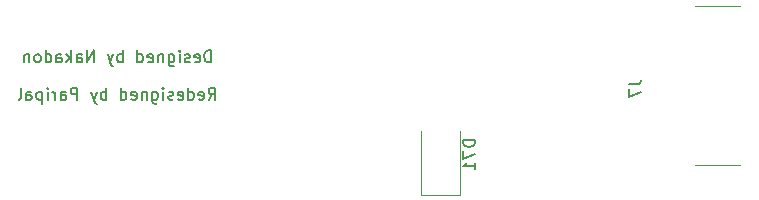
<source format=gbr>
%TF.GenerationSoftware,KiCad,Pcbnew,(6.0.0)*%
%TF.CreationDate,2022-03-21T15:13:20+09:00*%
%TF.ProjectId,MotorDriver base unit,4d6f746f-7244-4726-9976-657220626173,rev?*%
%TF.SameCoordinates,Original*%
%TF.FileFunction,Legend,Bot*%
%TF.FilePolarity,Positive*%
%FSLAX46Y46*%
G04 Gerber Fmt 4.6, Leading zero omitted, Abs format (unit mm)*
G04 Created by KiCad (PCBNEW (6.0.0)) date 2022-03-21 15:13:20*
%MOMM*%
%LPD*%
G01*
G04 APERTURE LIST*
%ADD10C,0.150000*%
%ADD11C,0.120000*%
G04 APERTURE END LIST*
D10*
X134055476Y-89352380D02*
X134388809Y-88876190D01*
X134626904Y-89352380D02*
X134626904Y-88352380D01*
X134245952Y-88352380D01*
X134150714Y-88400000D01*
X134103095Y-88447619D01*
X134055476Y-88542857D01*
X134055476Y-88685714D01*
X134103095Y-88780952D01*
X134150714Y-88828571D01*
X134245952Y-88876190D01*
X134626904Y-88876190D01*
X133245952Y-89304761D02*
X133341190Y-89352380D01*
X133531666Y-89352380D01*
X133626904Y-89304761D01*
X133674523Y-89209523D01*
X133674523Y-88828571D01*
X133626904Y-88733333D01*
X133531666Y-88685714D01*
X133341190Y-88685714D01*
X133245952Y-88733333D01*
X133198333Y-88828571D01*
X133198333Y-88923809D01*
X133674523Y-89019047D01*
X132341190Y-89352380D02*
X132341190Y-88352380D01*
X132341190Y-89304761D02*
X132436428Y-89352380D01*
X132626904Y-89352380D01*
X132722142Y-89304761D01*
X132769761Y-89257142D01*
X132817380Y-89161904D01*
X132817380Y-88876190D01*
X132769761Y-88780952D01*
X132722142Y-88733333D01*
X132626904Y-88685714D01*
X132436428Y-88685714D01*
X132341190Y-88733333D01*
X131484047Y-89304761D02*
X131579285Y-89352380D01*
X131769761Y-89352380D01*
X131865000Y-89304761D01*
X131912619Y-89209523D01*
X131912619Y-88828571D01*
X131865000Y-88733333D01*
X131769761Y-88685714D01*
X131579285Y-88685714D01*
X131484047Y-88733333D01*
X131436428Y-88828571D01*
X131436428Y-88923809D01*
X131912619Y-89019047D01*
X131055476Y-89304761D02*
X130960238Y-89352380D01*
X130769761Y-89352380D01*
X130674523Y-89304761D01*
X130626904Y-89209523D01*
X130626904Y-89161904D01*
X130674523Y-89066666D01*
X130769761Y-89019047D01*
X130912619Y-89019047D01*
X131007857Y-88971428D01*
X131055476Y-88876190D01*
X131055476Y-88828571D01*
X131007857Y-88733333D01*
X130912619Y-88685714D01*
X130769761Y-88685714D01*
X130674523Y-88733333D01*
X130198333Y-89352380D02*
X130198333Y-88685714D01*
X130198333Y-88352380D02*
X130245952Y-88400000D01*
X130198333Y-88447619D01*
X130150714Y-88400000D01*
X130198333Y-88352380D01*
X130198333Y-88447619D01*
X129293571Y-88685714D02*
X129293571Y-89495238D01*
X129341190Y-89590476D01*
X129388809Y-89638095D01*
X129484047Y-89685714D01*
X129626904Y-89685714D01*
X129722142Y-89638095D01*
X129293571Y-89304761D02*
X129388809Y-89352380D01*
X129579285Y-89352380D01*
X129674523Y-89304761D01*
X129722142Y-89257142D01*
X129769761Y-89161904D01*
X129769761Y-88876190D01*
X129722142Y-88780952D01*
X129674523Y-88733333D01*
X129579285Y-88685714D01*
X129388809Y-88685714D01*
X129293571Y-88733333D01*
X128817380Y-88685714D02*
X128817380Y-89352380D01*
X128817380Y-88780952D02*
X128769761Y-88733333D01*
X128674523Y-88685714D01*
X128531666Y-88685714D01*
X128436428Y-88733333D01*
X128388809Y-88828571D01*
X128388809Y-89352380D01*
X127531666Y-89304761D02*
X127626904Y-89352380D01*
X127817380Y-89352380D01*
X127912619Y-89304761D01*
X127960238Y-89209523D01*
X127960238Y-88828571D01*
X127912619Y-88733333D01*
X127817380Y-88685714D01*
X127626904Y-88685714D01*
X127531666Y-88733333D01*
X127484047Y-88828571D01*
X127484047Y-88923809D01*
X127960238Y-89019047D01*
X126626904Y-89352380D02*
X126626904Y-88352380D01*
X126626904Y-89304761D02*
X126722142Y-89352380D01*
X126912619Y-89352380D01*
X127007857Y-89304761D01*
X127055476Y-89257142D01*
X127103095Y-89161904D01*
X127103095Y-88876190D01*
X127055476Y-88780952D01*
X127007857Y-88733333D01*
X126912619Y-88685714D01*
X126722142Y-88685714D01*
X126626904Y-88733333D01*
X125388809Y-89352380D02*
X125388809Y-88352380D01*
X125388809Y-88733333D02*
X125293571Y-88685714D01*
X125103095Y-88685714D01*
X125007857Y-88733333D01*
X124960238Y-88780952D01*
X124912619Y-88876190D01*
X124912619Y-89161904D01*
X124960238Y-89257142D01*
X125007857Y-89304761D01*
X125103095Y-89352380D01*
X125293571Y-89352380D01*
X125388809Y-89304761D01*
X124579285Y-88685714D02*
X124341190Y-89352380D01*
X124103095Y-88685714D02*
X124341190Y-89352380D01*
X124436428Y-89590476D01*
X124484047Y-89638095D01*
X124579285Y-89685714D01*
X122960238Y-89352380D02*
X122960238Y-88352380D01*
X122579285Y-88352380D01*
X122484047Y-88400000D01*
X122436428Y-88447619D01*
X122388809Y-88542857D01*
X122388809Y-88685714D01*
X122436428Y-88780952D01*
X122484047Y-88828571D01*
X122579285Y-88876190D01*
X122960238Y-88876190D01*
X121531666Y-89352380D02*
X121531666Y-88828571D01*
X121579285Y-88733333D01*
X121674523Y-88685714D01*
X121865000Y-88685714D01*
X121960238Y-88733333D01*
X121531666Y-89304761D02*
X121626904Y-89352380D01*
X121865000Y-89352380D01*
X121960238Y-89304761D01*
X122007857Y-89209523D01*
X122007857Y-89114285D01*
X121960238Y-89019047D01*
X121865000Y-88971428D01*
X121626904Y-88971428D01*
X121531666Y-88923809D01*
X121055476Y-89352380D02*
X121055476Y-88685714D01*
X121055476Y-88876190D02*
X121007857Y-88780952D01*
X120960238Y-88733333D01*
X120865000Y-88685714D01*
X120769761Y-88685714D01*
X120436428Y-89352380D02*
X120436428Y-88685714D01*
X120436428Y-88352380D02*
X120484047Y-88400000D01*
X120436428Y-88447619D01*
X120388809Y-88400000D01*
X120436428Y-88352380D01*
X120436428Y-88447619D01*
X119960238Y-88685714D02*
X119960238Y-89685714D01*
X119960238Y-88733333D02*
X119865000Y-88685714D01*
X119674523Y-88685714D01*
X119579285Y-88733333D01*
X119531666Y-88780952D01*
X119484047Y-88876190D01*
X119484047Y-89161904D01*
X119531666Y-89257142D01*
X119579285Y-89304761D01*
X119674523Y-89352380D01*
X119865000Y-89352380D01*
X119960238Y-89304761D01*
X118626904Y-89352380D02*
X118626904Y-88828571D01*
X118674523Y-88733333D01*
X118769761Y-88685714D01*
X118960238Y-88685714D01*
X119055476Y-88733333D01*
X118626904Y-89304761D02*
X118722142Y-89352380D01*
X118960238Y-89352380D01*
X119055476Y-89304761D01*
X119103095Y-89209523D01*
X119103095Y-89114285D01*
X119055476Y-89019047D01*
X118960238Y-88971428D01*
X118722142Y-88971428D01*
X118626904Y-88923809D01*
X118007857Y-89352380D02*
X118103095Y-89304761D01*
X118150714Y-89209523D01*
X118150714Y-88352380D01*
X134269761Y-86177380D02*
X134269761Y-85177380D01*
X134031666Y-85177380D01*
X133888809Y-85225000D01*
X133793571Y-85320238D01*
X133745952Y-85415476D01*
X133698333Y-85605952D01*
X133698333Y-85748809D01*
X133745952Y-85939285D01*
X133793571Y-86034523D01*
X133888809Y-86129761D01*
X134031666Y-86177380D01*
X134269761Y-86177380D01*
X132888809Y-86129761D02*
X132984047Y-86177380D01*
X133174523Y-86177380D01*
X133269761Y-86129761D01*
X133317380Y-86034523D01*
X133317380Y-85653571D01*
X133269761Y-85558333D01*
X133174523Y-85510714D01*
X132984047Y-85510714D01*
X132888809Y-85558333D01*
X132841190Y-85653571D01*
X132841190Y-85748809D01*
X133317380Y-85844047D01*
X132460238Y-86129761D02*
X132365000Y-86177380D01*
X132174523Y-86177380D01*
X132079285Y-86129761D01*
X132031666Y-86034523D01*
X132031666Y-85986904D01*
X132079285Y-85891666D01*
X132174523Y-85844047D01*
X132317380Y-85844047D01*
X132412619Y-85796428D01*
X132460238Y-85701190D01*
X132460238Y-85653571D01*
X132412619Y-85558333D01*
X132317380Y-85510714D01*
X132174523Y-85510714D01*
X132079285Y-85558333D01*
X131603095Y-86177380D02*
X131603095Y-85510714D01*
X131603095Y-85177380D02*
X131650714Y-85225000D01*
X131603095Y-85272619D01*
X131555476Y-85225000D01*
X131603095Y-85177380D01*
X131603095Y-85272619D01*
X130698333Y-85510714D02*
X130698333Y-86320238D01*
X130745952Y-86415476D01*
X130793571Y-86463095D01*
X130888809Y-86510714D01*
X131031666Y-86510714D01*
X131126904Y-86463095D01*
X130698333Y-86129761D02*
X130793571Y-86177380D01*
X130984047Y-86177380D01*
X131079285Y-86129761D01*
X131126904Y-86082142D01*
X131174523Y-85986904D01*
X131174523Y-85701190D01*
X131126904Y-85605952D01*
X131079285Y-85558333D01*
X130984047Y-85510714D01*
X130793571Y-85510714D01*
X130698333Y-85558333D01*
X130222142Y-85510714D02*
X130222142Y-86177380D01*
X130222142Y-85605952D02*
X130174523Y-85558333D01*
X130079285Y-85510714D01*
X129936428Y-85510714D01*
X129841190Y-85558333D01*
X129793571Y-85653571D01*
X129793571Y-86177380D01*
X128936428Y-86129761D02*
X129031666Y-86177380D01*
X129222142Y-86177380D01*
X129317380Y-86129761D01*
X129365000Y-86034523D01*
X129365000Y-85653571D01*
X129317380Y-85558333D01*
X129222142Y-85510714D01*
X129031666Y-85510714D01*
X128936428Y-85558333D01*
X128888809Y-85653571D01*
X128888809Y-85748809D01*
X129365000Y-85844047D01*
X128031666Y-86177380D02*
X128031666Y-85177380D01*
X128031666Y-86129761D02*
X128126904Y-86177380D01*
X128317380Y-86177380D01*
X128412619Y-86129761D01*
X128460238Y-86082142D01*
X128507857Y-85986904D01*
X128507857Y-85701190D01*
X128460238Y-85605952D01*
X128412619Y-85558333D01*
X128317380Y-85510714D01*
X128126904Y-85510714D01*
X128031666Y-85558333D01*
X126793571Y-86177380D02*
X126793571Y-85177380D01*
X126793571Y-85558333D02*
X126698333Y-85510714D01*
X126507857Y-85510714D01*
X126412619Y-85558333D01*
X126365000Y-85605952D01*
X126317380Y-85701190D01*
X126317380Y-85986904D01*
X126365000Y-86082142D01*
X126412619Y-86129761D01*
X126507857Y-86177380D01*
X126698333Y-86177380D01*
X126793571Y-86129761D01*
X125984047Y-85510714D02*
X125745952Y-86177380D01*
X125507857Y-85510714D02*
X125745952Y-86177380D01*
X125841190Y-86415476D01*
X125888809Y-86463095D01*
X125984047Y-86510714D01*
X124365000Y-86177380D02*
X124365000Y-85177380D01*
X123793571Y-86177380D01*
X123793571Y-85177380D01*
X122888809Y-86177380D02*
X122888809Y-85653571D01*
X122936428Y-85558333D01*
X123031666Y-85510714D01*
X123222142Y-85510714D01*
X123317380Y-85558333D01*
X122888809Y-86129761D02*
X122984047Y-86177380D01*
X123222142Y-86177380D01*
X123317380Y-86129761D01*
X123365000Y-86034523D01*
X123365000Y-85939285D01*
X123317380Y-85844047D01*
X123222142Y-85796428D01*
X122984047Y-85796428D01*
X122888809Y-85748809D01*
X122412619Y-86177380D02*
X122412619Y-85177380D01*
X122317380Y-85796428D02*
X122031666Y-86177380D01*
X122031666Y-85510714D02*
X122412619Y-85891666D01*
X121174523Y-86177380D02*
X121174523Y-85653571D01*
X121222142Y-85558333D01*
X121317380Y-85510714D01*
X121507857Y-85510714D01*
X121603095Y-85558333D01*
X121174523Y-86129761D02*
X121269761Y-86177380D01*
X121507857Y-86177380D01*
X121603095Y-86129761D01*
X121650714Y-86034523D01*
X121650714Y-85939285D01*
X121603095Y-85844047D01*
X121507857Y-85796428D01*
X121269761Y-85796428D01*
X121174523Y-85748809D01*
X120269761Y-86177380D02*
X120269761Y-85177380D01*
X120269761Y-86129761D02*
X120365000Y-86177380D01*
X120555476Y-86177380D01*
X120650714Y-86129761D01*
X120698333Y-86082142D01*
X120745952Y-85986904D01*
X120745952Y-85701190D01*
X120698333Y-85605952D01*
X120650714Y-85558333D01*
X120555476Y-85510714D01*
X120365000Y-85510714D01*
X120269761Y-85558333D01*
X119650714Y-86177380D02*
X119745952Y-86129761D01*
X119793571Y-86082142D01*
X119841190Y-85986904D01*
X119841190Y-85701190D01*
X119793571Y-85605952D01*
X119745952Y-85558333D01*
X119650714Y-85510714D01*
X119507857Y-85510714D01*
X119412619Y-85558333D01*
X119365000Y-85605952D01*
X119317380Y-85701190D01*
X119317380Y-85986904D01*
X119365000Y-86082142D01*
X119412619Y-86129761D01*
X119507857Y-86177380D01*
X119650714Y-86177380D01*
X118888809Y-85510714D02*
X118888809Y-86177380D01*
X118888809Y-85605952D02*
X118841190Y-85558333D01*
X118745952Y-85510714D01*
X118603095Y-85510714D01*
X118507857Y-85558333D01*
X118460238Y-85653571D01*
X118460238Y-86177380D01*
%TO.C,J7*%
X169632380Y-88058666D02*
X170346666Y-88058666D01*
X170489523Y-88011047D01*
X170584761Y-87915809D01*
X170632380Y-87772952D01*
X170632380Y-87677714D01*
X169632380Y-88439619D02*
X169632380Y-89106285D01*
X170632380Y-88677714D01*
%TO.C,D71*%
X156622380Y-92765714D02*
X155622380Y-92765714D01*
X155622380Y-93003809D01*
X155670000Y-93146666D01*
X155765238Y-93241904D01*
X155860476Y-93289523D01*
X156050952Y-93337142D01*
X156193809Y-93337142D01*
X156384285Y-93289523D01*
X156479523Y-93241904D01*
X156574761Y-93146666D01*
X156622380Y-93003809D01*
X156622380Y-92765714D01*
X155622380Y-93670476D02*
X155622380Y-94337142D01*
X156622380Y-93908571D01*
X156622380Y-95241904D02*
X156622380Y-94670476D01*
X156622380Y-94956190D02*
X155622380Y-94956190D01*
X155765238Y-94860952D01*
X155860476Y-94765714D01*
X155908095Y-94670476D01*
D11*
%TO.C,J7*%
X179070000Y-81392000D02*
X175260000Y-81392000D01*
X179070000Y-94892000D02*
X175260000Y-94892000D01*
%TO.C,D71*%
X155320000Y-97380000D02*
X152020000Y-97380000D01*
X152020000Y-97380000D02*
X152020000Y-91980000D01*
X155320000Y-97380000D02*
X155320000Y-91980000D01*
%TD*%
M02*

</source>
